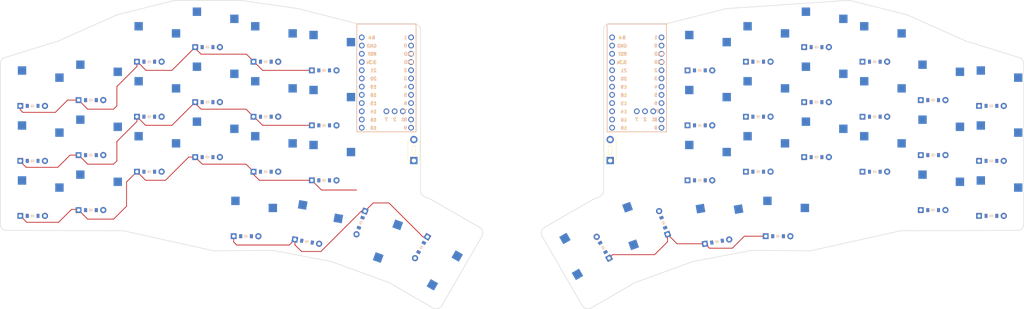
<source format=kicad_pcb>
(kicad_pcb (version 20241229) (generator "pcbnew") (generator_version "9.0")
  (title_block (title "keyboard") (rev "v1.0.0") (company "Unknown"))
  (layers (0 "F.Cu" signal) (2 "B.Cu" signal) (13 "F.Paste" user) (15 "B.Paste" user) (5 "F.SilkS" user "F.Silkscreen") (7 "B.SilkS" user "B.Silkscreen") (1 "F.Mask" user) (3 "B.Mask" user) (25 "Edge.Cuts" user))
  (net 0 "")
  (net 1 "outer_bottom")
  (net 2 "outer_home")
  (net 3 "outer_top")
  (net 4 "pinky_bottom")
  (net 5 "pinky_home")
  (net 6 "pinky_top")
  (net 7 "ring_bottom")
  (net 8 "ring_home")
  (net 9 "ring_top")
  (net 10 "middle_bottom")
  (net 11 "middle_home")
  (net 12 "middle_top")
  (net 13 "P0")
  (net 14 "index_bottom")
  (net 15 "index_home")
  (net 16 "index_top")
  (net 17 "inner_bottom")
  (net 18 "inner_home")
  (net 19 "inner_top")
  (net 20 "tuck_cluster")
  (net 21 "layer_cluster")
  (net 22 "space_cluster")
  (net 23 "reach_cluster")
  (net 24 "mirror_outer_bottom")
  (net 25 "mirror_outer_home")
  (net 26 "mirror_outer_top")
  (net 27 "mirror_pinky_bottom")
  (net 28 "mirror_pinky_home")
  (net 29 "mirror_pinky_top")
  (net 30 "mirror_ring_bottom")
  (net 31 "mirror_ring_home")
  (net 32 "mirror_ring_top")
  (net 33 "mirror_middle_bottom")
  (net 34 "mirror_middle_home")
  (net 35 "mirror_middle_top")
  (net 36 "mirror_index_bottom")
  (net 37 "mirror_index_home")
  (net 38 "mirror_index_top")
  (net 39 "mirror_inner_bottom")
  (net 40 "mirror_inner_home")
  (net 41 "mirror_inner_top")
  (net 42 "mirror_tuck_cluster")
  (net 43 "mirror_layer_cluster")
  (net 44 "mirror_space_cluster")
  (net 45 "mirror_reach_cluster")
  (net 46 "P1")
  (footprint "PG1350" (layer "F.Cu") (at 135.568365 108.038583 -10)
    (property "Reference" "S20" (hide yes))
    (property "Value" "" (hide yes))
  )
  (footprint "ComboDiode" (layer "F.Cu") (at 104 69.82)
    (property "Reference" "D11" (hide yes))
    (property "Value" "" (hide yes))
  )
  (footprint "ComboDiode" (layer "F.Cu") (at 310 91.32)
    (property "Reference" "D29" (hide yes))
    (property "Value" "" (hide yes))
  )
  (footprint "ScottoKeebs_MCU:Nice_Nano_V2_Flipped" (layer "F.Cu") (at 236.52 63.77)
    (property "Reference" "U1" (hide yes))
    (property "Value" "Nice_Nano_V2_Flipped" (hide yes))
  )
  (footprint "PG1350" (layer "F.Cu") (at 155.989697 108.823332 -110)
    (property "Reference" "S21" (hide yes))
    (property "Value" "" (hide yes))
  )
  (footprint "PG1350" (layer "F.Cu") (at 174.287468 117.274376 -120)
    (property "Reference" "S22" (hide yes))
    (property "Value" "" (hide yes))
  )
  (footprint "ComboDiode" (layer "F.Cu") (at 244.708766 107.113231 110)
    (property "Reference" "D43" (hide yes))
    (property "Value" "" (hide yes))
  )
  (footprint "PG1350" (layer "F.Cu") (at 274 86.32)
    (property "Reference" "S35" (hide yes))
    (property "Value" "" (hide yes))
  )
  (footprint "ComboDiode" (layer "F.Cu") (at 261.299876 112.962622 10)
    (property "Reference" "D42" (hide yes))
    (property "Value" "" (hide yes))
  )
  (footprint "PG1350" (layer "F.Cu") (at 115.88 106.3)
    (property "Reference" "S19" (hide yes))
    (property "Value" "" (hide yes))
  )
  (footprint "ComboDiode" (layer "F.Cu") (at 151.291234 107.113231 -110)
    (property "Reference" "D21" (hide yes))
    (property "Value" "" (hide yes))
  )
  (footprint "ComboDiode" (layer "F.Cu") (at 292 86.82)
    (property "Reference" "D32" (hide yes))
    (property "Value" "" (hide yes))
  )
  (footprint "PG1350" (layer "F.Cu") (at 122 69.32)
    (property "Reference" "S14" (hide yes))
    (property "Value" "" (hide yes))
  )
  (footprint "ScottoKeebs_MCU:Nice_Nano_V2_Flipped" (layer "F.Cu") (at 159.22 63.77)
    (property "Reference" "U1" (hide yes))
    (property "Value" "Nice_Nano_V2_Flipped" (hide yes))
  )
  (footprint "ComboDiode" (layer "F.Cu") (at 86 57.32)
    (property "Reference" "D9" (hide yes))
    (property "Value" "" (hide yes))
  )
  (footprint "PG1350" (layer "F.Cu") (at 104 64.82)
    (property "Reference" "S11" (hide yes))
    (property "Value" "" (hide yes))
  )
  (footprint "ComboDiode" (layer "F.Cu") (at 140 60.02)
    (property "Reference" "D18" (hide yes))
    (property "Value" "" (hide yes))
  )
  (footprint "ComboDiode" (layer "F.Cu") (at 104 52.82)
    (property "Reference" "D12" (hide yes))
    (property "Value" "" (hide yes))
  )
  (footprint "PG1350" (layer "F.Cu") (at 328 81.2)
    (property "Reference" "S27" (hide yes))
    (property "Value" "" (hide yes))
  )
  (footprint "ComboDiode" (layer "F.Cu") (at 292 69.82)
    (property "Reference" "D33" (hide yes))
    (property "Value" "" (hide yes))
  )
  (footprint "ComboDiode" (layer "F.Cu") (at 256 77.02)
    (property "Reference" "D39" (hide yes))
    (property "Value" "" (hide yes))
  )
  (footprint "ComboDiode" (layer "F.Cu") (at 68 103.2)
    (property "Reference" "D4" (hide yes))
    (property "Value" "" (hide yes))
  )
  (footprint "PG1350" (layer "F.Cu") (at 68 81.2)
    (property "Reference" "S5" (hide yes))
    (property "Value" "" (hide yes))
  )
  (footprint "ComboDiode" (layer "F.Cu") (at 104 86.82)
    (property "Reference" "D10" (hide yes))
    (property "Value" "" (hide yes))
  )
  (footprint "ComboDiode" (layer "F.Cu") (at 140 94.02)
    (property "Reference" "D16" (hide yes))
    (property "Value" "" (hide yes))
  )
  (footprint "PG1350" (layer "F.Cu") (at 68 98.2)
    (property "Reference" "S4" (hide yes))
    (property "Value" "" (hide yes))
  )
  (footprint "ComboDiode" (layer "F.Cu") (at 280.12 111.3)
    (property "Reference" "D41" (hide yes))
    (property "Value" "" (hide yes))
  )
  (footprint "PG1350" (layer "F.Cu") (at 310 52.32)
    (property "Reference" "S31" (hide yes))
    (property "Value" "" (hide yes))
  )
  (footprint "ComboDiode" (layer "F.Cu") (at 50 105)
    (property "Reference" "D1" (hide yes))
    (property "Value" "" (hide yes))
  )
  (footprint "PG1350" (layer "F.Cu") (at 292 47.82)
    (property "Reference" "S34" (hide yes))
    (property "Value" "" (hide yes))
  )
  (footprint "PG1350" (layer "F.Cu") (at 50 83)
    (property "Reference" "S2" (hide yes))
    (property "Value" "" (hide yes))
  )
  (footprint "PG1350" (layer "F.Cu") (at 256 89.02)
    (property "Reference" "S38" (hide yes))
    (property "Value" "" (hide yes))
  )
  (footprint "ComboDiode" (layer "F.Cu") (at 274 74.32)
    (property "Reference" "D36" (hide yes))
    (property "Value" "" (hide yes))
  )
  (footprint "PG1350" (layer "F.Cu") (at 104 47.82)
    (property "Reference" "S12" (hide yes))
    (property "Value" "" (hide yes))
  )
  (footprint "PG1350" (layer "F.Cu") (at 86 86.32)
    (property "Reference" "S7" (hide yes))
    (property "Value" "" (hide yes))
  )
  (footprint "PG1350" (layer "F.Cu") (at 104 81.82)
    (property "Reference" "S10" (hide yes))
    (property "Value" "" (hide yes))
  )
  (footprint "ComboDiode" (layer "F.Cu") (at 310 74.32)
    (property "Reference" "D30" (hide yes))
    (property "Value" "" (hide yes))
  )
  (footprint "ComboDiode" (layer "F.Cu") (at 328 86.2)
    (property "Reference" "D27" (hide yes))
    (property "Value" "" (hide yes))
  )
  (footprint "PG1350" (layer "F.Cu") (at 310 86.32)
    (property "Reference" "S29" (hide yes))
    (property "Value" "" (hide yes))
  )
  (footprint "PG1350" (layer "F.Cu") (at 50 66)
    (property "Reference" "S3" (hide yes))
    (property "Value" "" (hide yes))
  )
  (footprint "ComboDiode" (layer "F.Cu") (at 122 91.32)
    (property "Reference" "D13" (hide yes))
    (property "Value" "" (hide yes))
  )
  (footprint "PG1350" (layer "F.Cu") (at 328 64.2)
    (property "Reference" "S28" (hide yes))
    (property "Value" "" (hide yes))
  )
  (footprint "PG1350" (layer "F.Cu") (at 346 66)
    (property "Reference" "S25" (hide yes))
    (property "Value" "" (hide yes))
  )
  (footprint "PG1350" (layer "F.Cu") (at 256 55.02)
    (property "Reference" "S40" (hide yes))
    (property "Value" "" (hide yes))
  )
  (footprint "ComboDiode" (layer "F.Cu") (at 50 88)
    (property "Reference" "D2" (hide yes))
    (property "Value" "" (hide yes))
  )
  (footprint "ComboDiode" (layer "F.Cu") (at 169.957341 114.774376 -120)
    (property "Reference" "D22" (hide yes))
    (property "Value" "" (hide yes))
  )
  (footprint "PG1350" (layer "F.Cu") (at 86 52.32)
    (property "Reference" "S9" (hide yes))
    (property "Value" "" (hide yes))
  )
  (footprint "PG1350" (layer "F.Cu") (at 292 81.82)
    (property "Reference" "S32" (hide yes))
    (property "Value" "" (hide yes))
  )
  (footprint "ComboDiode" (layer "F.Cu") (at 328 69.2)
    (property "Reference" "D28" (hide yes))
    (property "Value" "" (hide yes))
  )
  (footprint "ComboDiode" (layer "F.Cu") (at 134.700124 112.962622 -10)
    (property "Reference" "D20" (hide yes))
    (property "Value" "" (hide yes))
  )
  (footprint "ComboDiode" (layer "F.Cu") (at 328 103.2)
    (property "Reference" "D26" (hide yes))
    (property "Value" "" (hide yes))
  )
  (footprint "PG1350" (layer "F.Cu") (at 260.431635 108.038583 10)
    (property "Reference" "S42" (hide yes))
    (property "Value" "" (hide yes))
  )
  (footprint "ComboDiode" (layer "F.Cu") (at 274 57.32)
    (property "Reference" "D37" (hide yes))
    (property "Value" "" (hide yes))
  )
  (footprint "ComboDiode" (layer "F.Cu") (at 115.88 111.3)
    (property "Reference" "D19" (hide yes))
    (property "Value" "" (hide yes))
  )
  (footprint "ScottoKeebs_Components:Button_MJTP1243" (layer "F.Cu") (at 228.3 87.9 90)
    (property "Reference" "REF**" (hide yes))
    (property "Value" "Button_MJTP1243" (hide yes))
  )
  (footprint "PG1350" (layer "F.Cu") (at 346 83)
    (property "Reference" "S24" (hide yes))
    (property "Value" "" (hide yes))
  )
  (footprint "ComboDiode" (layer "F.Cu") (at 86 74.32)
    (property "Reference" "D8" (hide yes))
    (property "Value" "" (hide yes))
  )
  (footprint "PG1350" (layer "F.Cu") (at 310 69.32)
    (property "Reference" "S30" (hide yes))
    (property "Value" "" (hide yes))
  )
  (footprint "ComboDiode" (layer "F.Cu") (at 346 88)
    (property "Reference" "D24" (hide yes))
    (property "Value" "" (hide yes))
  )
  (footprint "PG1350" (layer "F.Cu") (at 140 55.02)
    (property "Reference" "S18" (hide yes))
    (property "Value" "" (hide yes))
  )
  (footprint "ComboDiode" (layer "F.Cu") (at 122 74.32)
    (property "Reference" "D14" (hide yes))
    (property "Value" "" (hide yes))
  )
  (footprint "ScottoKeebs_Components:Button_MJTP1243" (layer "F.Cu") (at 167.7 87.9 90)
    (property "Reference" "REF**" (hide yes))
    (property "Value" "Button_MJTP1243" (hide yes))
  )
  (footprint "PG1350" (layer "F.Cu") (at 86 69.32)
    (property "Reference" "S8" (hide yes))
    (property "Value" "" (hide yes))
  )
  (footprint "ComboDiode" (layer "F.Cu") (at 68 69.2)
    (property "Reference" "D6" (hide yes))
    (property "Value" "" (hide yes))
  )
  (footprint "PG1350" (layer "F.Cu") (at 280.12 106.3)
    (property "Reference" "S41" (hide yes))
    (property "Value" "" (hide yes))
  )
  (footprint "ComboDiode" (layer "F.Cu") (at 346 105)
    (property "Reference" "D23" (hide yes))
    (property "Value" "" (hide yes))
  )
  (footprint "PG1350" (layer "F.Cu") (at 328 98.2)
    (property "Reference" "S26" (hide yes))
    (property "Value" "" (hide yes))
  )
  (footprint "PG1350" (layer "F.Cu") (at 122 52.32)
    (property "Reference" "S15" (hide yes))
    (property "Value" "" (hide yes))
  )
  (footprint "ComboDiode" (layer "F.Cu") (at 256 60.02)
    (property "Reference" "D40" (hide yes))
    (property "Value" "" (hide yes))
  )
  (footprint "ComboDiode" (layer "F.Cu") (at 310 57.32)
    (property "Reference" "D31" (hide yes))
    (property "Value" "" (hide yes))
  )
  (footprint "PG1350" (layer "F.Cu") (at 140 72.02)
    (property "Reference" "S17" (hide yes))
    (property "Value" "" (hide yes))
  )
  (footprint "PG1350" (layer "F.Cu") (at 256 72.02)
    (property "Reference" "S39" (hide yes))
    (property "Value" "" (hide yes))
  )
  (footprint "ComboDiode" (layer "F.Cu") (at 346 71)
    (property "Reference" "D25" (hide yes))
    (property "Value" "" (hide yes))
  )
  (footprint "ComboDiode" (layer "F.Cu") (at 140 77.02)
    (property "Reference" "D17" (hide yes))
    (property "Value" "" (hide yes))
  )
  (footprint "ComboDiode" (layer "F.Cu") (at 86 91.32)
    (property "Reference" "D7" (hide yes))
    (property "Value" "" (hide yes))
  )
  (footprint "ComboDiode" (layer "F.Cu") (at 122 57.32)
    (property "Reference" "D15" (hide yes))
    (property "Value" "" (hide yes))
  )
  (footprint "PG1350" (layer "F.Cu") (at 274 69.32)
    (property "Reference" "S36" (hide yes))
    (property "Value" "" (hide yes))
  )
  (footprint "ComboDiode" (layer "F.Cu") (at 50 71)
    (property "Reference" "D3" (hide yes))
    (property "Value" "" (hide yes))
  )
  (footprint "ComboDiode" (layer "F.Cu") (at 256 94.02)
    (property "Reference" "D38" (hide yes))
    (property "Value" "" (hide yes))
  )
  (footprint "PG1350" (layer "F.Cu") (at 274 52.32)
    (property "Reference" "S37" (hide yes))
    (property "Value" "" (hide yes))
  )
  (footprint "ComboDiode" (layer "F.Cu") (at 68 86.2)
    (property "Reference" "D5" (hide yes))
    (property "Value" "" (hide yes))
  )
  (footprint "PG1350" (layer "F.Cu") (at 240.010303 108.823332 110)
    (property "Reference" "S43" (hide yes))
    (property "Value" "" (hide yes))
  )
  (footprint "PG1350" (layer "F.Cu") (at 50 100)
    (property "Reference" "S1" (hide yes))
    (property "Value" "" (hide yes))
  )
  (footprint "PG1350" (layer "F.Cu") (at 140 89.02)
    (property "Reference" "S16" (hide yes))
    (property "Value" "" (hide yes))
  )
  (footprint "PG1350" (layer "F.Cu") (at 221.712532 117.274376 120)
    (property "Reference" "S44" (hide yes))
    (property "Value" "" (hide yes))
  )
  (footprint "PG1350" (layer "F.Cu") (at 68 64.2)
    (property "Reference" "S6" (hide yes))
    (property "Value" "" (hide yes))
  )
  (footprint "PG1350" (layer "F.Cu") (at 346 100)
    (property "Reference" "S23" (hide yes))
    (property "Value" "" (hide yes))
  )
  (footprint "ComboDiode" (layer "F.Cu") (at 292 52.82)
    (property "Reference" "D34" (hide yes))
    (property "Value" "" (hide yes))
  )
  (footprint "PG1350" (layer "F.Cu") (at 292 64.82)
    (property "Reference" "S33" (hide yes))
    (property "Value" "" (hide yes))
  )
  (footprint "ComboDiode" (layer "F.Cu") (at 274 91.32)
    (property "Reference" "D35" (hide yes))
    (property "Value" "" (hide yes))
  )
  (footprint "PG1350" (layer "F.Cu") (at 122 86.32)
    (property "Reference" "S13" (hide yes))
    (property "Value" "" (hide yes))
  )
  (footprint "ComboDiode" (layer "F.Cu") (at 226.042659 114.774376 120)
    (property "Reference" "D44" (hide yes))
    (property "Value" "" (hide yes))
  )
  (gr_arc (start 170.949289 99.043967) (mid 170.076467 98.306368) (end 169.75 97.211247) (stroke (width 0.15)) (layer "Edge.Cuts"))
  (gr_line (start 114.142223 38.340543) (end 131.894247 40.904725) (stroke (width 0.15)) (layer "Edge.Cuts"))
  (gr_arc (start 41.994737 109.505249) (mid 40.583927 108.917608) (end 40 107.505256) (stroke (width 0.15)) (layer "Edge.Cuts"))
  (gr_line (start 271.735835 115.69471) (end 254.020458 119.075564) (stroke (width 0.15)) (layer "Edge.Cuts"))
  (gr_arc (start 187.982659 108.55361) (mid 188.914511 109.768023) (end 188.71471 111.285661) (stroke (width 0.15)) (layer "Edge.Cuts"))
  (gr_line (start 235.855081 125.693009) (end 222.418922 133.489218) (stroke (width 0.15)) (layer "Edge.Cuts"))
  (gr_line (start 219.683123 132.759337) (end 207.28529 111.285661) (stroke (width 0.15)) (layer "Edge.Cuts"))
  (gr_line (start 76.172117 42.776971) (end 93.76114 38.379715) (stroke (width 0.15)) (layer "Edge.Cuts"))
  (gr_arc (start 338.115018 50.935784) (mid 338.001283 50.896611) (end 337.890108 50.850671) (stroke (width 0.15)) (layer "Edge.Cuts"))
  (gr_arc (start 75.838145 42.892655) (mid 76.002571 42.827421) (end 76.172117 42.776971) (stroke (width 0.15)) (layer "Edge.Cuts"))
  (gr_line (start 40 107.505256) (end 40 57.972333) (stroke (width 0.15)) (layer "Edge.Cuts"))
  (gr_line (start 169.75 97.211247) (end 169.75 47.52) (stroke (width 0.15)) (layer "Edge.Cuts"))
  (gr_arc (start 159.825211 125.543505) (mid 159.988369 125.611191) (end 160.144919 125.693009) (stroke (width 0.15)) (layer "Edge.Cuts"))
  (gr_arc (start 150.251514 45.520001) (mid 150.001965 45.504371) (end 149.756317 45.457726) (stroke (width 0.15)) (layer "Edge.Cuts"))
  (gr_line (start 150.251514 45.52) (end 167.75 45.52) (stroke (width 0.15)) (layer "Edge.Cuts"))
  (gr_arc (start 301.684856 38.341562) (mid 301.997813 38.344695) (end 302.30645 38.396612) (stroke (width 0.15)) (layer "Edge.Cuts"))
  (gr_line (start 228.25 45.52) (end 245.748486 45.52) (stroke (width 0.15)) (layer "Edge.Cuts"))
  (gr_line (start 283.730769 39.57) (end 283.25 39.57) (stroke (width 0.15)) (layer "Edge.Cuts"))
  (gr_arc (start 176.316877 132.759337) (mid 175.100373 133.691747) (end 173.581079 133.489218) (stroke (width 0.15)) (layer "Edge.Cuts"))
  (gr_line (start 77.782966 109.599429) (end 41.994737 109.505249) (stroke (width 0.15)) (layer "Edge.Cuts"))
  (gr_line (start 222.842231 100.008847) (end 225.050711 99.043967) (stroke (width 0.15)) (layer "Edge.Cuts"))
  (gr_line (start 264.181964 40.90755) (end 283.25 39.602895) (stroke (width 0.15)) (layer "Edge.Cuts"))
  (gr_arc (start 354.594133 56.062619) (mid 355.610632 56.78664) (end 356 57.972333) (stroke (width 0.15)) (layer "Edge.Cuts"))
  (gr_arc (start 263.82329 40.965159) (mid 264.001316 40.928194) (end 264.181964 40.90755) (stroke (width 0.15)) (layer "Edge.Cuts"))
  (gr_arc (start 235.855081 125.693009) (mid 236.011631 125.611191) (end 236.174789 125.543505) (stroke (width 0.15)) (layer "Edge.Cuts"))
  (gr_line (start 226.25 97.211247) (end 226.25 47.52) (stroke (width 0.15)) (layer "Edge.Cuts"))
  (gr_line (start 141.979542 119.075564) (end 124.264165 115.69471) (stroke (width 0.15)) (layer "Edge.Cuts"))
  (gr_line (start 94.246211 38.32) (end 113.856301 38.32) (stroke (width 0.15)) (layer "Edge.Cuts"))
  (gr_arc (start 356 107.505256) (mid 355.416073 108.917608) (end 354.005263 109.505249) (stroke (width 0.15)) (layer "Edge.Cuts"))
  (gr_line (start 188.71471 111.285661) (end 176.316877 132.759337) (stroke (width 0.15)) (layer "Edge.Cuts"))
  (gr_arc (start 93.76114 38.379715) (mid 94.001845 38.334985) (end 94.246211 38.32) (stroke (width 0.15)) (layer "Edge.Cuts"))
  (gr_line (start 283.25 39.57) (end 283.25 39.602895) (stroke (width 0.15)) (layer "Edge.Cuts"))
  (gr_arc (start 173.157769 100.008847) (mid 173.258819 100.056398) (end 173.357058 100.109516) (stroke (width 0.15)) (layer "Edge.Cuts"))
  (gr_line (start 246.243683 45.457726) (end 263.82329 40.965159) (stroke (width 0.15)) (layer "Edge.Cuts"))
  (gr_line (start 132.103522 40.946456) (end 149.756317 45.457726) (stroke (width 0.15)) (layer "Edge.Cuts"))
  (gr_line (start 354.005263 109.505249) (end 318.217034 109.599429) (stroke (width 0.15)) (layer "Edge.Cuts"))
  (gr_line (start 302.30645 38.396612) (end 319.827883 42.776971) (stroke (width 0.15)) (layer "Edge.Cuts"))
  (gr_arc (start 222.418921 133.489218) (mid 220.899627 133.691748) (end 219.683123 132.759337) (stroke (width 0.15)) (layer "Edge.Cuts"))
  (gr_arc (start 106.107607 115.798221) (mid 105.881359 115.787162) (end 105.657813 115.75059) (stroke (width 0.15)) (layer "Edge.Cuts"))
  (gr_line (start 170.949289 99.043967) (end 173.157769 100.008847) (stroke (width 0.15)) (layer "Edge.Cuts"))
  (gr_arc (start 226.25 47.52) (mid 226.835786 46.105786) (end 228.25 45.52) (stroke (width 0.15)) (layer "Edge.Cuts"))
  (gr_arc (start 40 57.972333) (mid 40.389369 56.78664) (end 41.405867 56.062619) (stroke (width 0.15)) (layer "Edge.Cuts"))
  (gr_arc (start 246.243683 45.457726) (mid 245.998035 45.504371) (end 245.748486 45.52) (stroke (width 0.15)) (layer "Edge.Cuts"))
  (gr_arc (start 77.782966 109.599429) (mid 77.998703 109.61167) (end 78.21186 109.647114) (stroke (width 0.15)) (layer "Edge.Cuts"))
  (gr_line (start 208.017341 108.55361) (end 222.642942 100.109516) (stroke (width 0.15)) (layer "Edge.Cuts"))
  (gr_line (start 317.78814 109.647114) (end 290.342187 115.75059) (stroke (width 0.15)) (layer "Edge.Cuts"))
  (gr_line (start 253.711337 119.160724) (end 236.174789 125.543505) (stroke (width 0.15)) (layer "Edge.Cuts"))
  (gr_arc (start 253.711337 119.160723) (mid 253.864188 119.111939) (end 254.020458 119.075564) (stroke (width 0.15)) (layer "Edge.Cuts"))
  (gr_line (start 173.581078 133.489218) (end 160.144919 125.693009) (stroke (width 0.15)) (layer "Edge.Cuts"))
  (gr_line (start 283.730769 39.57) (end 301.684855 38.341563) (stroke (width 0.15)) (layer "Edge.Cuts"))
  (gr_line (start 105.657813 115.75059) (end 78.21186 109.647114) (stroke (width 0.15)) (layer "Edge.Cuts"))
  (gr_line (start 338.115018 50.935783) (end 354.594133 56.062619) (stroke (width 0.15)) (layer "Edge.Cuts"))
  (gr_arc (start 58.109892 50.85067) (mid 57.998717 50.89661) (end 57.884982 50.935783) (stroke (width 0.15)) (layer "Edge.Cuts"))
  (gr_line (start 58.109892 50.850671) (end 75.838145 42.892655) (stroke (width 0.15)) (layer "Edge.Cuts"))
  (gr_arc (start 290.342187 115.750589) (mid 290.118641 115.787161) (end 289.892393 115.79822) (stroke (width 0.15)) (layer "Edge.Cuts"))
  (gr_arc (start 141.979542 119.075565) (mid 142.135812 119.11194) (end 142.288663 119.160724) (stroke (width 0.15)) (layer "Edge.Cuts"))
  (gr_line (start 356 57.972333) (end 356 107.505256) (stroke (width 0.15)) (layer "Edge.Cuts"))
  (gr_arc (start 167.75 45.52) (mid 169.164214 46.105786) (end 169.75 47.52) (stroke (width 0.15)) (layer "Edge.Cuts"))
  (gr_line (start 159.825211 125.543505) (end 142.288663 119.160724) (stroke (width 0.15)) (layer "Edge.Cuts"))
  (gr_line (start 123.873609 115.659316) (end 106.107607 115.79822) (stroke (width 0.15)) (layer "Edge.Cuts"))
  (gr_arc (start 226.25 97.211247) (mid 225.923532 98.306368) (end 225.050711 99.043967) (stroke (width 0.15)) (layer "Edge.Cuts"))
  (gr_arc (start 131.894248 40.904725) (mid 131.999442 40.922797) (end 132.103523 40.946456) (stroke (width 0.15)) (layer "Edge.Cuts"))
  (gr_line (start 41.405867 56.062619) (end 57.884982 50.935783) (stroke (width 0.15)) (layer "Edge.Cuts"))
  (gr_arc (start 317.78814 109.647114) (mid 318.001297 109.61167) (end 318.217034 109.599429) (stroke (width 0.15)) (layer "Edge.Cuts"))
  (gr_arc (start 123.873609 115.659316) (mid 124.069757 115.667418) (end 124.264165 115.69471) (stroke (width 0.15)) (layer "Edge.Cuts"))
  (gr_arc (start 113.856301 38.32) (mid 113.999631 38.325142) (end 114.142223 38.340543) (stroke (width 0.15)) (layer "Edge.Cuts"))
  (gr_arc (start 319.827883 42.776971) (mid 319.997429 42.827421) (end 320.161855 42.892655) (stroke (width 0.15)) (layer "Edge.Cuts"))
  (gr_arc (start 271.735835 115.69471) (mid 271.930243 115.667417) (end 272.126391 115.659316) (stroke (width 0.15)) (layer "Edge.Cuts"))
  (gr_line (start 173.357058 100.109516) (end 187.982659 108.55361) (stroke (width 0.15)) (layer "Edge.Cuts"))
  (gr_arc (start 222.642942 100.109516) (mid 222.741181 100.056398) (end 222.842231 100.008847) (stroke (width 0.15)) (layer "Edge.Cuts"))
  (gr_line (start 289.892393 115.79822) (end 272.126391 115.659316) (stroke (width 0.15)) (layer "Edge.Cuts"))
  (gr_line (start 320.161855 42.892655) (end 337.890108 50.850671) (stroke (width 0.15)) (layer "Edge.Cuts"))
  (gr_arc (start 207.28529 111.285661) (mid 207.085489 109.768023) (end 208.017341 108.55361) (stroke (width 0.15)) (layer "Edge.Cuts"))
  (segment (start 82.19 74.32) (end 84.87 77) (width 0.25) (layer "F.Cu") (net 0))
  (segment (start 57.757838 90) (end 61.557838 86.2) (width 0.25) (layer "F.Cu") (net 0))
  (segment (start 139 116) (end 151.466998 103.533002) (width 0.25) (layer "F.Cu") (net 0))
  (segment (start 100.18 52.82) (end 100.19 52.82) (width 0.25) (layer "F.Cu") (net 0))
  (segment (start 115.87 72) (end 118.19 74.32) (width 0.25) (layer "F.Cu") (net 0))
  (segment (start 66.99 72) (end 75 72) (width 0.25) (layer "F.Cu") (net 0))
  (segment (start 276.31 111.3) (end 269.7 111.3) (width 0.25) (layer "F.Cu") (net 0))
  (segment (start 60.8 69.2) (end 64.19 69.2) (width 0.25) (layer "F.Cu") (net 0))
  (segment (start 118.32 74.32) (end 121 77) (width 0.25) (layer "F.Cu") (net 0))
  (segment (start 64.19 86.2) (end 64.2 86.2) (width 0.25) (layer "F.Cu") (net 0))
  (segment (start 136.17 60) (end 136.19 60.02) (width 0.25) (layer "F.Cu") (net 0))
  (segment (start 100.19 53.19) (end 102 55) (width 0.25) (layer "F.Cu") (net 0))
  (segment (start 269.7 111.3) (end 266 115) (width 0.25) (layer "F.Cu") (net 0))
  (segment (start 246.011863 110.69346) (end 246.011863 112.988137) (width 0.25) (layer "F.Cu") (net 0))
  (segment (start 64.19 69.2) (end 66.99 72) (width 0.25) (layer "F.Cu") (net 0))
  (segment (start 85 60) (end 93 60) (width 0.25) (layer "F.Cu") (net 0))
  (segment (start 118.19 57.32) (end 118.32 57.32) (width 0.25) (layer "F.Cu") (net 0))
  (segment (start 248.942625 113.624222) (end 257.547758 113.624222) (width 0.25) (layer "F.Cu") (net 0))
  (segment (start 100.19 69.82) (end 100.19 70.19) (width 0.25) (layer "F.Cu") (net 0))
  (segment (start 246.011863 110.69346) (end 248.942625 113.624222) (width 0.25) (layer "F.Cu") (net 0))
  (segment (start 266 115) (end 258.923536 115) (width 0.25) (layer "F.Cu") (net 0))
  (segment (start 75 89) (end 76 88) (width 0.25) (layer "F.Cu") (net 0))
  (segment (start 57 73) (end 60.8 69.2) (width 0.25) (layer "F.Cu") (net 0))
  (segment (start 118.19 74.32) (end 118.32 74.32) (width 0.25) (layer "F.Cu") (net 0))
  (segment (start 46.19 88.19) (end 48 90) (width 0.25) (layer "F.Cu") (net 0))
  (segment (start 118.32 57.32) (end 121 60) (width 0.25) (layer "F.Cu") (net 0))
  (segment (start 131 112.353016) (end 131 114) (width 0.25) (layer "F.Cu") (net 0))
  (segment (start 82.19 58.81) (end 82.19 57.32) (width 0.25) (layer "F.Cu") (net 0))
  (segment (start 100.18 69.82) (end 100.19 69.82) (width 0.25) (layer "F.Cu") (net 0))
  (segment (start 118.19 57.19) (end 118.19 57.32) (width 0.25) (layer "F.Cu") (net 0))
  (segment (start 121 60) (end 136.17 60) (width 0.25) (layer "F.Cu") (net 0))
  (segment (start 48 90) (end 57.757838 90) (width 0.25) (layer "F.Cu") (net 0))
  (segment (start 46.19 72.19) (end 47 73) (width 0.25) (layer "F.Cu") (net 0))
  (segment (start 170.474819 111.474819) (end 160 101) (width 0.25) (layer "F.Cu") (net 0))
  (segment (start 112.07 113.07) (end 113 114) (width 0.25) (layer "F.Cu") (net 0))
  (segment (start 76 71) (end 76 65) (width 0.25) (layer "F.Cu") (net 0))
  (segment (start 75 72) (end 76 71) (width 0.25) (layer "F.Cu") (net 0))
  (segment (start 64.2 86.2) (end 67 89) (width 0.25) (layer "F.Cu") (net 0))
  (segment (start 47 73) (end 57 73) (width 0.25) (layer "F.Cu") (net 0))
  (segment (start 93 77) (end 100.18 69.82) (width 0.25) (layer "F.Cu") (net 0))
  (segment (start 129.249028 114) (end 130.948006 112.301022) (width 0.25) (layer "F.Cu") (net 0))
  (segment (start 76 82) (end 82.19 75.81) (width 0.25) (layer "F.Cu") (net 0))
  (segment (start 76 88) (end 76 82) (width 0.25) (layer "F.Cu") (net 0))
  (segment (start 67 89) (end 75 89) (width 0.25) (layer "F.Cu") (net 0))
  (segment (start 246.011863 112.988137) (end 242 117) (width 0.25) (layer "F.Cu") (net 0))
  (segment (start 121 77) (end 136.17 77) (width 0.25) (layer "F.Cu") (net 0))
  (segment (start 112.07 111.3) (end 112.07 113.07) (width 0.25) (layer "F.Cu") (net 0))
  (segment (start 46.19 88) (end 46.19 88.19) (width 0.25) (layer "F.Cu") (net 0))
  (segment (start 258.923536 115) (end 257.547758 113.624222) (width 0.25) (layer "F.Cu") (net 0))
  (segment (start 46.19 71) (end 46.19 72.19) (width 0.25) (layer "F.Cu") (net 0))
  (segment (start 82.19 57.32) (end 82.32 57.32) (width 0.25) (layer "F.Cu") (net 0))
  (segment (start 171.862341 111.474819) (end 170.474819 111.474819) (width 0.25) (layer "F.Cu") (net 0))
  (segment (start 155.127333 101) (end 152.594331 103.533002) (width 0.25) (layer "F.Cu") (net 0))
  (segment (start 100.19 52.82) (end 100.19 53.19) (width 0.25) (layer "F.Cu") (net 0))
  (segment (start 136.17 77) (end 136.19 77.02) (width 0.25) (layer "F.Cu") (net 0))
  (segment (start 93 60) (end 100.18 52.82) (width 0.25) (layer "F.Cu") (net 0))
  (segment (start 76 65) (end 82.19 58.81) (width 0.25) (layer "F.Cu") (net 0))
  (segment (start 242 117) (end 229.021592 117) (width 0.25) (layer "F.Cu") (net 0))
  (segment (start 84.87 77) (end 93 77) (width 0.25) (layer "F.Cu") (net 0))
  (segment (start 82.32 57.32) (end 85 60) (width 0.25) (layer "F.Cu") (net 0))
  (segment (start 130.948006 112.301022) (end 131 112.353016) (width 0.25) (layer "F.Cu") (net 0))
  (segment (start 113 114) (end 129.249028 114) (width 0.25) (layer "F.Cu") (net 0))
  (segment (start 102 72) (end 115.87 72) (width 0.25) (layer "F.Cu") (net 0))
  (segment (start 229.021592 117) (end 227.947659 118.073933) (width 0.25) (layer "F.Cu") (net 0))
  (segment (start 160 101) (end 155.127333 101) (width 0.25) (layer "F.Cu") (net 0))
  (segment (start 82.19 75.81) (end 82.19 74.32) (width 0.25) (layer "F.Cu") (net 0))
  (segment (start 131 114) (end 133 116) (width 0.25) (layer "F.Cu") (net 0))
  (segment (start 151.466998 103.533002) (end 152.594331 103.533002) (width 0.25) (layer "F.Cu") (net 0))
  (segment (start 133 116) (end 139 116) (width 0.25) (layer "F.Cu") (net 0))
  (segment (start 102 55) (end 116 55) (width 0.25) (layer "F.Cu") (net 0))
  (segment (start 116 55) (end 118.19 57.19) (width 0.25) (layer "F.Cu") (net 0))
  (segment (start 100.19 70.19) (end 102 72) (width 0.25) (layer "F.Cu") (net 0))
  (segment (start 61.557838 86.2) (end 64.19 86.2) (width 0.25) (layer "F.Cu") (net 0))
  (segment (start 118.725 46.275) (end 119 46) (width 0.25) (layer "B.Cu") (net 13))
  (segment (start 118.725 46.37) (end 118.725 46.275) (width 0.25) (layer "B.Cu") (net 13))
  (segment (start 63.99 103) (end 64.19 103.2) (width 0.25) (layer "F.Cu") (net 46))
  (segment (start 136.02 94.02) (end 136 94) (width 0.25) (layer "F.Cu") (net 46))
  (segment (start 75 106) (end 79 102) (width 0.25) (layer "F.Cu") (net 46))
  (segment (start 115.87 89) (end 118.19 91.32) (width 0.25) (layer "F.Cu") (net 46))
  (segment (start 100.19 86.82) (end 102.37 89) (width 0.25) (layer "F.Cu") (net 46))
  (segment (start 136.19 94.02) (end 136.02 94.02) (width 0.25) (layer "F.Cu") (net 46))
  (segment (start 102.37 89) (end 115.87 89) (width 0.25) (layer "F.Cu") (net 46))
  (segment (start 118.19 91.32) (end 118.19 92.19) (width 0.25) (layer "F.Cu") (net 46))
  (segment (start 48.19 107) (end 58 107) (width 0.25) (layer "F.Cu") (net 46))
  (segment (start 118.19 92.19) (end 120 94) (width 0.25) (layer "F.Cu") (net 46))
  (segment (start 79 94.51) (end 82.19 91.32) (width 0.25) (layer "F.Cu") (net 46))
  (segment (start 98.18 86.82) (end 100.19 86.82) (width 0.25) (layer "F.Cu") (net 46))
  (segment (start 136.19 94.02) (end 139.17 97) (width 0.25) (layer "F.Cu") (net 46))
  (segment (start 62 103) (end 63.99 103) (width 0.25) (layer "F.Cu") (net 46))
  (segment (start 66.99 106) (end 75 106) (width 0.25) (layer "F.Cu") (net 46))
  (segment (start 84.87 94) (end 91 94) (width 0.25) (layer "F.Cu") (net 46))
  (segment (start 120 94) (end 136 94) (width 0.25) (layer "F.Cu") (net 46))
  (segment (start 139.17 97) (end 150 97) (width 0.25) (layer "F.Cu") (net 46))
  (segment (start 58 107) (end 62 103) (width 0.25) (layer "F.Cu") (net 46))
  (segment (start 82.19 91.32) (end 84.87 94) (width 0.25) (layer "F.Cu") (net 46))
  (segment (start 46.19 105) (end 48.19 107) (width 0.25) (layer "F.Cu") (net 46))
  (segment (start 64.19 103.2) (end 66.99 106) (width 0.25) (layer "F.Cu") (net 46))
  (segment (start 79 102) (end 79 94.51) (width 0.25) (layer "F.Cu") (net 46))
  (segment (start 91 94) (end 98.18 86.82) (width 0.25) (layer "F.Cu") (net 46))
)
</source>
